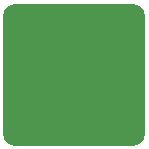
<source format=gbr>
%TF.GenerationSoftware,KiCad,Pcbnew,7.0.9*%
%TF.CreationDate,2024-07-24T20:02:15-04:00*%
%TF.ProjectId,BREAD_Loaf,42524541-445f-44c6-9f61-662e6b696361,rev?*%
%TF.SameCoordinates,PX2fdfdc0PY36746e0*%
%TF.FileFunction,Paste,Top*%
%TF.FilePolarity,Positive*%
%FSLAX46Y46*%
G04 Gerber Fmt 4.6, Leading zero omitted, Abs format (unit mm)*
G04 Created by KiCad (PCBNEW 7.0.9) date 2024-07-24 20:02:15*
%MOMM*%
%LPD*%
G01*
G04 APERTURE LIST*
G04 Aperture macros list*
%AMRoundRect*
0 Rectangle with rounded corners*
0 $1 Rounding radius*
0 $2 $3 $4 $5 $6 $7 $8 $9 X,Y pos of 4 corners*
0 Add a 4 corners polygon primitive as box body*
4,1,4,$2,$3,$4,$5,$6,$7,$8,$9,$2,$3,0*
0 Add four circle primitives for the rounded corners*
1,1,$1+$1,$2,$3*
1,1,$1+$1,$4,$5*
1,1,$1+$1,$6,$7*
1,1,$1+$1,$8,$9*
0 Add four rect primitives between the rounded corners*
20,1,$1+$1,$2,$3,$4,$5,0*
20,1,$1+$1,$4,$5,$6,$7,0*
20,1,$1+$1,$6,$7,$8,$9,0*
20,1,$1+$1,$8,$9,$2,$3,0*%
G04 Aperture macros list end*
%ADD10RoundRect,1.000000X-5.000000X-5.000000X5.000000X-5.000000X5.000000X5.000000X-5.000000X5.000000X0*%
G04 APERTURE END LIST*
D10*
%TO.C,HS1*%
X14566750Y-49662500D03*
%TD*%
M02*

</source>
